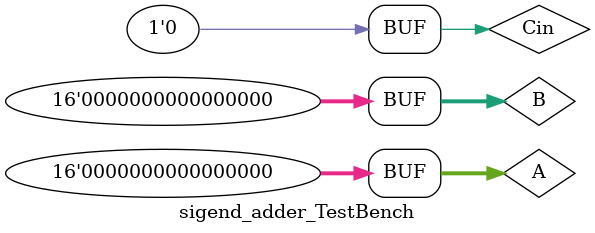
<source format=v>
`timescale 1ns / 1ps


module sigend_adder_TestBench;

	// Inputs
	reg [15:0] A;
	reg [15:0] B;
	reg [0:0] Cin;

	// Outputs
	wire Cout;
	wire [15:0] Sum;

	// Instantiate the Unit Under Test (UUT)
	signed_adder uut (
		.A(A), 
		.B(B), 
		.Cin(Cin), 
		.Cout(Cout), 
		.Sum(Sum)
	);

	initial begin
		// Initialize Inputs
		A = 0;
		B = 0;
		Cin = 0;

		// Wait 100 ns for global reset to finish
		#100;
        
		// Add stimulus here

	end
      
endmodule


</source>
